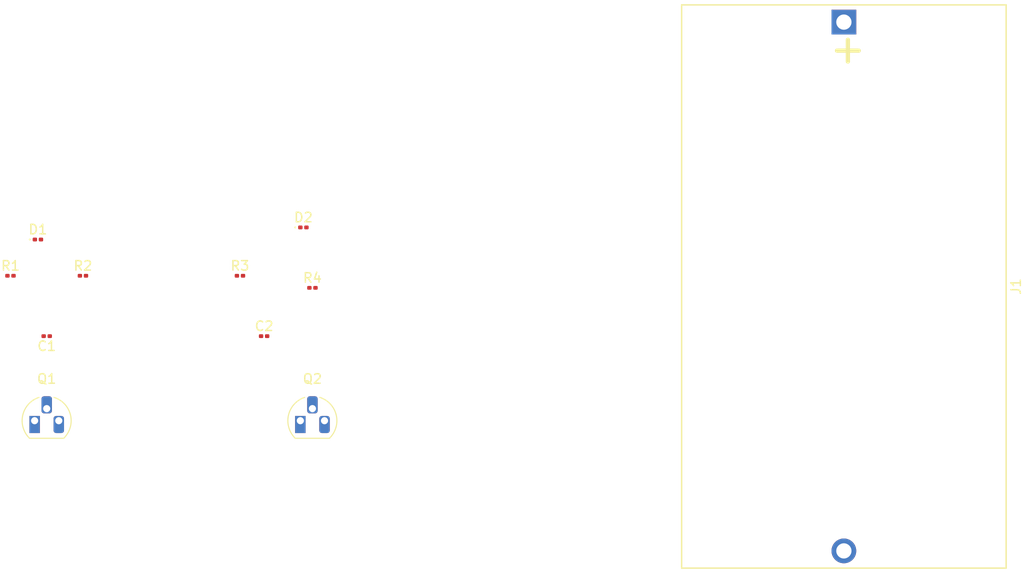
<source format=kicad_pcb>
(kicad_pcb (version 20171130) (host pcbnew 5.0.0+dfsg1-2~bpo9+1)

  (general
    (thickness 1.6)
    (drawings 0)
    (tracks 0)
    (zones 0)
    (modules 11)
    (nets 9)
  )

  (page A4)
  (layers
    (0 F.Cu signal)
    (31 B.Cu signal)
    (32 B.Adhes user)
    (33 F.Adhes user)
    (34 B.Paste user)
    (35 F.Paste user)
    (36 B.SilkS user)
    (37 F.SilkS user)
    (38 B.Mask user)
    (39 F.Mask user)
    (40 Dwgs.User user)
    (41 Cmts.User user)
    (42 Eco1.User user)
    (43 Eco2.User user)
    (44 Edge.Cuts user)
    (45 Margin user)
    (46 B.CrtYd user)
    (47 F.CrtYd user)
    (48 B.Fab user)
    (49 F.Fab user)
  )

  (setup
    (last_trace_width 0.25)
    (trace_clearance 0.2)
    (zone_clearance 0.508)
    (zone_45_only no)
    (trace_min 0.2)
    (segment_width 0.2)
    (edge_width 0.15)
    (via_size 0.8)
    (via_drill 0.4)
    (via_min_size 0.4)
    (via_min_drill 0.3)
    (uvia_size 0.3)
    (uvia_drill 0.1)
    (uvias_allowed no)
    (uvia_min_size 0.2)
    (uvia_min_drill 0.1)
    (pcb_text_width 0.3)
    (pcb_text_size 1.5 1.5)
    (mod_edge_width 0.15)
    (mod_text_size 1 1)
    (mod_text_width 0.15)
    (pad_size 1.524 1.524)
    (pad_drill 0.762)
    (pad_to_mask_clearance 0.2)
    (aux_axis_origin 0 0)
    (visible_elements FFFFFF7F)
    (pcbplotparams
      (layerselection 0x010fc_ffffffff)
      (usegerberextensions false)
      (usegerberattributes false)
      (usegerberadvancedattributes false)
      (creategerberjobfile false)
      (excludeedgelayer true)
      (linewidth 0.100000)
      (plotframeref false)
      (viasonmask false)
      (mode 1)
      (useauxorigin false)
      (hpglpennumber 1)
      (hpglpenspeed 20)
      (hpglpendiameter 15.000000)
      (psnegative false)
      (psa4output false)
      (plotreference true)
      (plotvalue true)
      (plotinvisibletext false)
      (padsonsilk false)
      (subtractmaskfromsilk false)
      (outputformat 1)
      (mirror false)
      (drillshape 1)
      (scaleselection 1)
      (outputdirectory ""))
  )

  (net 0 "")
  (net 1 "Net-(C1-Pad1)")
  (net 2 "Net-(C1-Pad2)")
  (net 3 "Net-(C2-Pad2)")
  (net 4 "Net-(C2-Pad1)")
  (net 5 "Net-(D1-Pad1)")
  (net 6 "Net-(D1-Pad2)")
  (net 7 "Net-(D2-Pad1)")
  (net 8 "Net-(J1-Pad2)")

  (net_class Default "This is the default net class."
    (clearance 0.2)
    (trace_width 0.25)
    (via_dia 0.8)
    (via_drill 0.4)
    (uvia_dia 0.3)
    (uvia_drill 0.1)
    (add_net "Net-(C1-Pad1)")
    (add_net "Net-(C1-Pad2)")
    (add_net "Net-(C2-Pad1)")
    (add_net "Net-(C2-Pad2)")
    (add_net "Net-(D1-Pad1)")
    (add_net "Net-(D1-Pad2)")
    (add_net "Net-(D2-Pad1)")
    (add_net "Net-(J1-Pad2)")
  )

  (module Capacitor_SMD:C_0201_0603Metric (layer F.Cu) (tedit 5B301BBE) (tstamp 5BB3D980)
    (at 140.97 116.84 180)
    (descr "Capacitor SMD 0201 (0603 Metric), square (rectangular) end terminal, IPC_7351 nominal, (Body size source: https://www.vishay.com/docs/20052/crcw0201e3.pdf), generated with kicad-footprint-generator")
    (tags capacitor)
    (path /5BA7EB62)
    (attr smd)
    (fp_text reference C1 (at 0 -1.05 180) (layer F.SilkS)
      (effects (font (size 1 1) (thickness 0.15)))
    )
    (fp_text value C (at 0 1.05 180) (layer F.Fab)
      (effects (font (size 1 1) (thickness 0.15)))
    )
    (fp_line (start -0.3 0.15) (end -0.3 -0.15) (layer F.Fab) (width 0.1))
    (fp_line (start -0.3 -0.15) (end 0.3 -0.15) (layer F.Fab) (width 0.1))
    (fp_line (start 0.3 -0.15) (end 0.3 0.15) (layer F.Fab) (width 0.1))
    (fp_line (start 0.3 0.15) (end -0.3 0.15) (layer F.Fab) (width 0.1))
    (fp_line (start -0.7 0.35) (end -0.7 -0.35) (layer F.CrtYd) (width 0.05))
    (fp_line (start -0.7 -0.35) (end 0.7 -0.35) (layer F.CrtYd) (width 0.05))
    (fp_line (start 0.7 -0.35) (end 0.7 0.35) (layer F.CrtYd) (width 0.05))
    (fp_line (start 0.7 0.35) (end -0.7 0.35) (layer F.CrtYd) (width 0.05))
    (fp_text user %R (at 0 -0.68 180) (layer F.Fab)
      (effects (font (size 0.25 0.25) (thickness 0.04)))
    )
    (pad "" smd roundrect (at -0.345 0 180) (size 0.318 0.36) (layers F.Paste) (roundrect_rratio 0.25))
    (pad "" smd roundrect (at 0.345 0 180) (size 0.318 0.36) (layers F.Paste) (roundrect_rratio 0.25))
    (pad 1 smd roundrect (at -0.32 0 180) (size 0.46 0.4) (layers F.Cu F.Mask) (roundrect_rratio 0.25)
      (net 1 "Net-(C1-Pad1)"))
    (pad 2 smd roundrect (at 0.32 0 180) (size 0.46 0.4) (layers F.Cu F.Mask) (roundrect_rratio 0.25)
      (net 2 "Net-(C1-Pad2)"))
    (model ${KISYS3DMOD}/Capacitor_SMD.3dshapes/C_0201_0603Metric.wrl
      (at (xyz 0 0 0))
      (scale (xyz 1 1 1))
      (rotate (xyz 0 0 0))
    )
  )

  (module Capacitor_SMD:C_0201_0603Metric (layer F.Cu) (tedit 5B301BBE) (tstamp 5BB3D991)
    (at 163.83 116.84)
    (descr "Capacitor SMD 0201 (0603 Metric), square (rectangular) end terminal, IPC_7351 nominal, (Body size source: https://www.vishay.com/docs/20052/crcw0201e3.pdf), generated with kicad-footprint-generator")
    (tags capacitor)
    (path /5BA7EC45)
    (attr smd)
    (fp_text reference C2 (at 0 -1.05) (layer F.SilkS)
      (effects (font (size 1 1) (thickness 0.15)))
    )
    (fp_text value C (at 0 1.05) (layer F.Fab)
      (effects (font (size 1 1) (thickness 0.15)))
    )
    (fp_text user %R (at 0 -0.68) (layer F.Fab)
      (effects (font (size 0.25 0.25) (thickness 0.04)))
    )
    (fp_line (start 0.7 0.35) (end -0.7 0.35) (layer F.CrtYd) (width 0.05))
    (fp_line (start 0.7 -0.35) (end 0.7 0.35) (layer F.CrtYd) (width 0.05))
    (fp_line (start -0.7 -0.35) (end 0.7 -0.35) (layer F.CrtYd) (width 0.05))
    (fp_line (start -0.7 0.35) (end -0.7 -0.35) (layer F.CrtYd) (width 0.05))
    (fp_line (start 0.3 0.15) (end -0.3 0.15) (layer F.Fab) (width 0.1))
    (fp_line (start 0.3 -0.15) (end 0.3 0.15) (layer F.Fab) (width 0.1))
    (fp_line (start -0.3 -0.15) (end 0.3 -0.15) (layer F.Fab) (width 0.1))
    (fp_line (start -0.3 0.15) (end -0.3 -0.15) (layer F.Fab) (width 0.1))
    (pad 2 smd roundrect (at 0.32 0) (size 0.46 0.4) (layers F.Cu F.Mask) (roundrect_rratio 0.25)
      (net 3 "Net-(C2-Pad2)"))
    (pad 1 smd roundrect (at -0.32 0) (size 0.46 0.4) (layers F.Cu F.Mask) (roundrect_rratio 0.25)
      (net 4 "Net-(C2-Pad1)"))
    (pad "" smd roundrect (at 0.345 0) (size 0.318 0.36) (layers F.Paste) (roundrect_rratio 0.25))
    (pad "" smd roundrect (at -0.345 0) (size 0.318 0.36) (layers F.Paste) (roundrect_rratio 0.25))
    (model ${KISYS3DMOD}/Capacitor_SMD.3dshapes/C_0201_0603Metric.wrl
      (at (xyz 0 0 0))
      (scale (xyz 1 1 1))
      (rotate (xyz 0 0 0))
    )
  )

  (module LED_SMD:LED_0201_0603Metric (layer F.Cu) (tedit 5B301BBE) (tstamp 5BB3D9A5)
    (at 140.045 106.68)
    (descr "LED SMD 0201 (0603 Metric), square (rectangular) end terminal, IPC_7351 nominal, (Body size source: https://www.vishay.com/docs/20052/crcw0201e3.pdf), generated with kicad-footprint-generator")
    (tags LED)
    (path /5BA82409)
    (attr smd)
    (fp_text reference D1 (at 0 -1.05) (layer F.SilkS)
      (effects (font (size 1 1) (thickness 0.15)))
    )
    (fp_text value LED (at 0 1.05) (layer F.Fab)
      (effects (font (size 1 1) (thickness 0.15)))
    )
    (fp_circle (center -0.86 0) (end -0.81 0) (layer F.SilkS) (width 0.1))
    (fp_line (start -0.3 0.15) (end -0.3 -0.15) (layer F.Fab) (width 0.1))
    (fp_line (start -0.3 -0.15) (end 0.3 -0.15) (layer F.Fab) (width 0.1))
    (fp_line (start 0.3 -0.15) (end 0.3 0.15) (layer F.Fab) (width 0.1))
    (fp_line (start 0.3 0.15) (end -0.3 0.15) (layer F.Fab) (width 0.1))
    (fp_line (start -0.2 0.15) (end -0.2 -0.15) (layer F.Fab) (width 0.1))
    (fp_line (start -0.1 0.15) (end -0.1 -0.15) (layer F.Fab) (width 0.1))
    (fp_line (start -0.7 0.35) (end -0.7 -0.35) (layer F.CrtYd) (width 0.05))
    (fp_line (start -0.7 -0.35) (end 0.7 -0.35) (layer F.CrtYd) (width 0.05))
    (fp_line (start 0.7 -0.35) (end 0.7 0.35) (layer F.CrtYd) (width 0.05))
    (fp_line (start 0.7 0.35) (end -0.7 0.35) (layer F.CrtYd) (width 0.05))
    (fp_text user %R (at 0 -0.68) (layer F.Fab)
      (effects (font (size 0.25 0.25) (thickness 0.04)))
    )
    (pad "" smd roundrect (at -0.345 0) (size 0.318 0.36) (layers F.Paste) (roundrect_rratio 0.25))
    (pad "" smd roundrect (at 0.345 0) (size 0.318 0.36) (layers F.Paste) (roundrect_rratio 0.25))
    (pad 1 smd roundrect (at -0.32 0) (size 0.46 0.4) (layers F.Cu F.Mask) (roundrect_rratio 0.25)
      (net 5 "Net-(D1-Pad1)"))
    (pad 2 smd roundrect (at 0.32 0) (size 0.46 0.4) (layers F.Cu F.Mask) (roundrect_rratio 0.25)
      (net 6 "Net-(D1-Pad2)"))
    (model ${KISYS3DMOD}/LED_SMD.3dshapes/LED_0201_0603Metric.wrl
      (at (xyz 0 0 0))
      (scale (xyz 1 1 1))
      (rotate (xyz 0 0 0))
    )
  )

  (module LED_SMD:LED_0201_0603Metric (layer F.Cu) (tedit 5B301BBE) (tstamp 5BB3D9B9)
    (at 167.96 105.41)
    (descr "LED SMD 0201 (0603 Metric), square (rectangular) end terminal, IPC_7351 nominal, (Body size source: https://www.vishay.com/docs/20052/crcw0201e3.pdf), generated with kicad-footprint-generator")
    (tags LED)
    (path /5BA825BC)
    (attr smd)
    (fp_text reference D2 (at 0 -1.05) (layer F.SilkS)
      (effects (font (size 1 1) (thickness 0.15)))
    )
    (fp_text value LED (at 0 1.05) (layer F.Fab)
      (effects (font (size 1 1) (thickness 0.15)))
    )
    (fp_text user %R (at 0 -0.68) (layer F.Fab)
      (effects (font (size 0.25 0.25) (thickness 0.04)))
    )
    (fp_line (start 0.7 0.35) (end -0.7 0.35) (layer F.CrtYd) (width 0.05))
    (fp_line (start 0.7 -0.35) (end 0.7 0.35) (layer F.CrtYd) (width 0.05))
    (fp_line (start -0.7 -0.35) (end 0.7 -0.35) (layer F.CrtYd) (width 0.05))
    (fp_line (start -0.7 0.35) (end -0.7 -0.35) (layer F.CrtYd) (width 0.05))
    (fp_line (start -0.1 0.15) (end -0.1 -0.15) (layer F.Fab) (width 0.1))
    (fp_line (start -0.2 0.15) (end -0.2 -0.15) (layer F.Fab) (width 0.1))
    (fp_line (start 0.3 0.15) (end -0.3 0.15) (layer F.Fab) (width 0.1))
    (fp_line (start 0.3 -0.15) (end 0.3 0.15) (layer F.Fab) (width 0.1))
    (fp_line (start -0.3 -0.15) (end 0.3 -0.15) (layer F.Fab) (width 0.1))
    (fp_line (start -0.3 0.15) (end -0.3 -0.15) (layer F.Fab) (width 0.1))
    (fp_circle (center -0.86 0) (end -0.81 0) (layer F.SilkS) (width 0.1))
    (pad 2 smd roundrect (at 0.32 0) (size 0.46 0.4) (layers F.Cu F.Mask) (roundrect_rratio 0.25)
      (net 6 "Net-(D1-Pad2)"))
    (pad 1 smd roundrect (at -0.32 0) (size 0.46 0.4) (layers F.Cu F.Mask) (roundrect_rratio 0.25)
      (net 7 "Net-(D2-Pad1)"))
    (pad "" smd roundrect (at 0.345 0) (size 0.318 0.36) (layers F.Paste) (roundrect_rratio 0.25))
    (pad "" smd roundrect (at -0.345 0) (size 0.318 0.36) (layers F.Paste) (roundrect_rratio 0.25))
    (model ${KISYS3DMOD}/LED_SMD.3dshapes/LED_0201_0603Metric.wrl
      (at (xyz 0 0 0))
      (scale (xyz 1 1 1))
      (rotate (xyz 0 0 0))
    )
  )

  (module Battery:BatteryHolder_Bulgin_BX0036_1xC (layer F.Cu) (tedit 59653AC9) (tstamp 5BB3D9CF)
    (at 224.79 83.82 270)
    (descr "Bulgin Battery Holder, BX0036, Battery Type C (http://www.bulgin.com/media/bulgin/data/Battery_holders.pdf)")
    (tags "Bulgin BX0036")
    (path /5BA8289E)
    (fp_text reference J1 (at 27.8 -18.1 270) (layer F.SilkS)
      (effects (font (size 1 1) (thickness 0.15)))
    )
    (fp_text value Conn_01x02_Female (at 27.8 1 270) (layer F.Fab)
      (effects (font (size 1 1) (thickness 0.15)))
    )
    (fp_line (start -1.75 17) (end -1.75 -17) (layer F.Fab) (width 0.1))
    (fp_line (start 57.35 17) (end -1.75 17) (layer F.Fab) (width 0.1))
    (fp_line (start 57.35 -17) (end 57.35 17) (layer F.Fab) (width 0.1))
    (fp_line (start -1.75 -17) (end 57.35 -17) (layer F.Fab) (width 0.1))
    (fp_text user + (at 3 -0.2 270) (layer F.SilkS)
      (effects (font (size 3 3) (thickness 0.45)))
    )
    (fp_line (start -2.3 -17.5) (end 57.9 -17.5) (layer F.CrtYd) (width 0.05))
    (fp_line (start 57.9 -17.5) (end 57.9 17.5) (layer F.CrtYd) (width 0.05))
    (fp_line (start 57.9 17.5) (end -2.3 17.5) (layer F.CrtYd) (width 0.05))
    (fp_line (start -2.3 17.5) (end -2.3 -17.5) (layer F.CrtYd) (width 0.05))
    (fp_line (start -1.81 -17.06) (end -1.81 17.06) (layer F.SilkS) (width 0.15))
    (fp_line (start 57.41 -17.06) (end 57.41 17.06) (layer F.SilkS) (width 0.15))
    (fp_line (start -1.81 -17.06) (end 57.41 -17.06) (layer F.SilkS) (width 0.15))
    (fp_line (start -1.81 17.06) (end 57.41 17.06) (layer F.SilkS) (width 0.15))
    (fp_text user %R (at 27.8 -1 270) (layer F.Fab)
      (effects (font (size 1 1) (thickness 0.1)))
    )
    (pad 2 thru_hole circle (at 55.6 0 270) (size 2.6 2.6) (drill 1.6) (layers *.Cu *.Mask)
      (net 8 "Net-(J1-Pad2)"))
    (pad 1 thru_hole rect (at 0 0 270) (size 2.6 2.6) (drill 1.6) (layers *.Cu *.Mask)
      (net 6 "Net-(D1-Pad2)"))
    (pad "" np_thru_hole circle (at 11.9 0 270) (size 3.8 3.8) (drill 3.8) (layers *.Cu *.Mask))
    (pad "" np_thru_hole circle (at 43.7 0 270) (size 3.8 3.8) (drill 3.8) (layers *.Cu *.Mask))
    (model ${KISYS3DMOD}/Battery.3dshapes/BatteryHolder_Bulgin_BX0036_1xC.wrl
      (at (xyz 0 0 0))
      (scale (xyz 1 1 1))
      (rotate (xyz 0 0 0))
    )
  )

  (module Package_TO_SOT_THT:TO-92_HandSolder (layer F.Cu) (tedit 5A282C46) (tstamp 5BB3D9E1)
    (at 139.7 125.73)
    (descr "TO-92 leads molded, narrow, drill 0.75mm, handsoldering variant with enlarged pads (see NXP sot054_po.pdf)")
    (tags "to-92 sc-43 sc-43a sot54 PA33 transistor")
    (path /5BA801EA)
    (fp_text reference Q1 (at 1.27 -4.4) (layer F.SilkS)
      (effects (font (size 1 1) (thickness 0.15)))
    )
    (fp_text value Q_NPN_BCE (at 1.27 2.79) (layer F.Fab)
      (effects (font (size 1 1) (thickness 0.15)))
    )
    (fp_arc (start 1.27 0) (end 2.05 -2.45) (angle 117.6433766) (layer F.SilkS) (width 0.12))
    (fp_arc (start 1.27 0) (end 1.27 -2.48) (angle -135) (layer F.Fab) (width 0.1))
    (fp_arc (start 1.27 0) (end 0.45 -2.45) (angle -116.9632683) (layer F.SilkS) (width 0.12))
    (fp_arc (start 1.27 0) (end 1.27 -2.48) (angle 135) (layer F.Fab) (width 0.1))
    (fp_line (start 4 2.01) (end -1.46 2.01) (layer F.CrtYd) (width 0.05))
    (fp_line (start 4 2.01) (end 4 -3.05) (layer F.CrtYd) (width 0.05))
    (fp_line (start -1.45 -3.05) (end -1.46 2.01) (layer F.CrtYd) (width 0.05))
    (fp_line (start -1.46 -3.05) (end 4 -3.05) (layer F.CrtYd) (width 0.05))
    (fp_line (start -0.5 1.75) (end 3 1.75) (layer F.Fab) (width 0.1))
    (fp_line (start -0.53 1.85) (end 3.07 1.85) (layer F.SilkS) (width 0.12))
    (fp_text user %R (at 1.27 -4.4) (layer F.Fab)
      (effects (font (size 1 1) (thickness 0.15)))
    )
    (pad 1 thru_hole rect (at 0 0) (size 1.1 1.8) (drill 0.75 (offset 0 0.4)) (layers *.Cu *.Mask)
      (net 3 "Net-(C2-Pad2)"))
    (pad 3 thru_hole roundrect (at 2.54 0) (size 1.1 1.8) (drill 0.75 (offset 0 0.4)) (layers *.Cu *.Mask) (roundrect_rratio 0.25)
      (net 8 "Net-(J1-Pad2)"))
    (pad 2 thru_hole roundrect (at 1.27 -1.27) (size 1.1 1.8) (drill 0.75 (offset 0 -0.4)) (layers *.Cu *.Mask) (roundrect_rratio 0.25)
      (net 2 "Net-(C1-Pad2)"))
    (model ${KISYS3DMOD}/Package_TO_SOT_THT.3dshapes/TO-92.wrl
      (at (xyz 0 0 0))
      (scale (xyz 1 1 1))
      (rotate (xyz 0 0 0))
    )
  )

  (module Package_TO_SOT_THT:TO-92_HandSolder (layer F.Cu) (tedit 5A282C46) (tstamp 5BB3D9F3)
    (at 167.64 125.73)
    (descr "TO-92 leads molded, narrow, drill 0.75mm, handsoldering variant with enlarged pads (see NXP sot054_po.pdf)")
    (tags "to-92 sc-43 sc-43a sot54 PA33 transistor")
    (path /5BA7FBA7)
    (fp_text reference Q2 (at 1.27 -4.4) (layer F.SilkS)
      (effects (font (size 1 1) (thickness 0.15)))
    )
    (fp_text value Q_NPN_BCE (at 1.27 2.79) (layer F.Fab)
      (effects (font (size 1 1) (thickness 0.15)))
    )
    (fp_text user %R (at 1.27 -4.4) (layer F.Fab)
      (effects (font (size 1 1) (thickness 0.15)))
    )
    (fp_line (start -0.53 1.85) (end 3.07 1.85) (layer F.SilkS) (width 0.12))
    (fp_line (start -0.5 1.75) (end 3 1.75) (layer F.Fab) (width 0.1))
    (fp_line (start -1.46 -3.05) (end 4 -3.05) (layer F.CrtYd) (width 0.05))
    (fp_line (start -1.45 -3.05) (end -1.46 2.01) (layer F.CrtYd) (width 0.05))
    (fp_line (start 4 2.01) (end 4 -3.05) (layer F.CrtYd) (width 0.05))
    (fp_line (start 4 2.01) (end -1.46 2.01) (layer F.CrtYd) (width 0.05))
    (fp_arc (start 1.27 0) (end 1.27 -2.48) (angle 135) (layer F.Fab) (width 0.1))
    (fp_arc (start 1.27 0) (end 0.45 -2.45) (angle -116.9632683) (layer F.SilkS) (width 0.12))
    (fp_arc (start 1.27 0) (end 1.27 -2.48) (angle -135) (layer F.Fab) (width 0.1))
    (fp_arc (start 1.27 0) (end 2.05 -2.45) (angle 117.6433766) (layer F.SilkS) (width 0.12))
    (pad 2 thru_hole roundrect (at 1.27 -1.27) (size 1.1 1.8) (drill 0.75 (offset 0 -0.4)) (layers *.Cu *.Mask) (roundrect_rratio 0.25)
      (net 4 "Net-(C2-Pad1)"))
    (pad 3 thru_hole roundrect (at 2.54 0) (size 1.1 1.8) (drill 0.75 (offset 0 0.4)) (layers *.Cu *.Mask) (roundrect_rratio 0.25)
      (net 8 "Net-(J1-Pad2)"))
    (pad 1 thru_hole rect (at 0 0) (size 1.1 1.8) (drill 0.75 (offset 0 0.4)) (layers *.Cu *.Mask)
      (net 1 "Net-(C1-Pad1)"))
    (model ${KISYS3DMOD}/Package_TO_SOT_THT.3dshapes/TO-92.wrl
      (at (xyz 0 0 0))
      (scale (xyz 1 1 1))
      (rotate (xyz 0 0 0))
    )
  )

  (module Resistor_SMD:R_0201_0603Metric (layer F.Cu) (tedit 5B301BBD) (tstamp 5BB3DA04)
    (at 137.16 110.49)
    (descr "Resistor SMD 0201 (0603 Metric), square (rectangular) end terminal, IPC_7351 nominal, (Body size source: https://www.vishay.com/docs/20052/crcw0201e3.pdf), generated with kicad-footprint-generator")
    (tags resistor)
    (path /5BA7E7AD)
    (attr smd)
    (fp_text reference R1 (at 0 -1.05) (layer F.SilkS)
      (effects (font (size 1 1) (thickness 0.15)))
    )
    (fp_text value R (at 0 1.05) (layer F.Fab)
      (effects (font (size 1 1) (thickness 0.15)))
    )
    (fp_line (start -0.3 0.15) (end -0.3 -0.15) (layer F.Fab) (width 0.1))
    (fp_line (start -0.3 -0.15) (end 0.3 -0.15) (layer F.Fab) (width 0.1))
    (fp_line (start 0.3 -0.15) (end 0.3 0.15) (layer F.Fab) (width 0.1))
    (fp_line (start 0.3 0.15) (end -0.3 0.15) (layer F.Fab) (width 0.1))
    (fp_line (start -0.7 0.35) (end -0.7 -0.35) (layer F.CrtYd) (width 0.05))
    (fp_line (start -0.7 -0.35) (end 0.7 -0.35) (layer F.CrtYd) (width 0.05))
    (fp_line (start 0.7 -0.35) (end 0.7 0.35) (layer F.CrtYd) (width 0.05))
    (fp_line (start 0.7 0.35) (end -0.7 0.35) (layer F.CrtYd) (width 0.05))
    (fp_text user %R (at 0 -0.68) (layer F.Fab)
      (effects (font (size 0.25 0.25) (thickness 0.04)))
    )
    (pad "" smd roundrect (at -0.345 0) (size 0.318 0.36) (layers F.Paste) (roundrect_rratio 0.25))
    (pad "" smd roundrect (at 0.345 0) (size 0.318 0.36) (layers F.Paste) (roundrect_rratio 0.25))
    (pad 1 smd roundrect (at -0.32 0) (size 0.46 0.4) (layers F.Cu F.Mask) (roundrect_rratio 0.25)
      (net 5 "Net-(D1-Pad1)"))
    (pad 2 smd roundrect (at 0.32 0) (size 0.46 0.4) (layers F.Cu F.Mask) (roundrect_rratio 0.25)
      (net 2 "Net-(C1-Pad2)"))
    (model ${KISYS3DMOD}/Resistor_SMD.3dshapes/R_0201_0603Metric.wrl
      (at (xyz 0 0 0))
      (scale (xyz 1 1 1))
      (rotate (xyz 0 0 0))
    )
  )

  (module Resistor_SMD:R_0201_0603Metric (layer F.Cu) (tedit 5B301BBD) (tstamp 5BB3DA15)
    (at 144.78 110.49)
    (descr "Resistor SMD 0201 (0603 Metric), square (rectangular) end terminal, IPC_7351 nominal, (Body size source: https://www.vishay.com/docs/20052/crcw0201e3.pdf), generated with kicad-footprint-generator")
    (tags resistor)
    (path /5BA7E86C)
    (attr smd)
    (fp_text reference R2 (at 0 -1.05) (layer F.SilkS)
      (effects (font (size 1 1) (thickness 0.15)))
    )
    (fp_text value R (at 0 1.05) (layer F.Fab)
      (effects (font (size 1 1) (thickness 0.15)))
    )
    (fp_text user %R (at 0 -0.68) (layer F.Fab)
      (effects (font (size 0.25 0.25) (thickness 0.04)))
    )
    (fp_line (start 0.7 0.35) (end -0.7 0.35) (layer F.CrtYd) (width 0.05))
    (fp_line (start 0.7 -0.35) (end 0.7 0.35) (layer F.CrtYd) (width 0.05))
    (fp_line (start -0.7 -0.35) (end 0.7 -0.35) (layer F.CrtYd) (width 0.05))
    (fp_line (start -0.7 0.35) (end -0.7 -0.35) (layer F.CrtYd) (width 0.05))
    (fp_line (start 0.3 0.15) (end -0.3 0.15) (layer F.Fab) (width 0.1))
    (fp_line (start 0.3 -0.15) (end 0.3 0.15) (layer F.Fab) (width 0.1))
    (fp_line (start -0.3 -0.15) (end 0.3 -0.15) (layer F.Fab) (width 0.1))
    (fp_line (start -0.3 0.15) (end -0.3 -0.15) (layer F.Fab) (width 0.1))
    (pad 2 smd roundrect (at 0.32 0) (size 0.46 0.4) (layers F.Cu F.Mask) (roundrect_rratio 0.25)
      (net 1 "Net-(C1-Pad1)"))
    (pad 1 smd roundrect (at -0.32 0) (size 0.46 0.4) (layers F.Cu F.Mask) (roundrect_rratio 0.25)
      (net 6 "Net-(D1-Pad2)"))
    (pad "" smd roundrect (at 0.345 0) (size 0.318 0.36) (layers F.Paste) (roundrect_rratio 0.25))
    (pad "" smd roundrect (at -0.345 0) (size 0.318 0.36) (layers F.Paste) (roundrect_rratio 0.25))
    (model ${KISYS3DMOD}/Resistor_SMD.3dshapes/R_0201_0603Metric.wrl
      (at (xyz 0 0 0))
      (scale (xyz 1 1 1))
      (rotate (xyz 0 0 0))
    )
  )

  (module Resistor_SMD:R_0201_0603Metric (layer F.Cu) (tedit 5B301BBD) (tstamp 5BB3DA26)
    (at 161.29 110.49)
    (descr "Resistor SMD 0201 (0603 Metric), square (rectangular) end terminal, IPC_7351 nominal, (Body size source: https://www.vishay.com/docs/20052/crcw0201e3.pdf), generated with kicad-footprint-generator")
    (tags resistor)
    (path /5BA7E948)
    (attr smd)
    (fp_text reference R3 (at 0 -1.05) (layer F.SilkS)
      (effects (font (size 1 1) (thickness 0.15)))
    )
    (fp_text value R (at 0 1.05) (layer F.Fab)
      (effects (font (size 1 1) (thickness 0.15)))
    )
    (fp_line (start -0.3 0.15) (end -0.3 -0.15) (layer F.Fab) (width 0.1))
    (fp_line (start -0.3 -0.15) (end 0.3 -0.15) (layer F.Fab) (width 0.1))
    (fp_line (start 0.3 -0.15) (end 0.3 0.15) (layer F.Fab) (width 0.1))
    (fp_line (start 0.3 0.15) (end -0.3 0.15) (layer F.Fab) (width 0.1))
    (fp_line (start -0.7 0.35) (end -0.7 -0.35) (layer F.CrtYd) (width 0.05))
    (fp_line (start -0.7 -0.35) (end 0.7 -0.35) (layer F.CrtYd) (width 0.05))
    (fp_line (start 0.7 -0.35) (end 0.7 0.35) (layer F.CrtYd) (width 0.05))
    (fp_line (start 0.7 0.35) (end -0.7 0.35) (layer F.CrtYd) (width 0.05))
    (fp_text user %R (at 0 -0.68) (layer F.Fab)
      (effects (font (size 0.25 0.25) (thickness 0.04)))
    )
    (pad "" smd roundrect (at -0.345 0) (size 0.318 0.36) (layers F.Paste) (roundrect_rratio 0.25))
    (pad "" smd roundrect (at 0.345 0) (size 0.318 0.36) (layers F.Paste) (roundrect_rratio 0.25))
    (pad 1 smd roundrect (at -0.32 0) (size 0.46 0.4) (layers F.Cu F.Mask) (roundrect_rratio 0.25)
      (net 6 "Net-(D1-Pad2)"))
    (pad 2 smd roundrect (at 0.32 0) (size 0.46 0.4) (layers F.Cu F.Mask) (roundrect_rratio 0.25)
      (net 3 "Net-(C2-Pad2)"))
    (model ${KISYS3DMOD}/Resistor_SMD.3dshapes/R_0201_0603Metric.wrl
      (at (xyz 0 0 0))
      (scale (xyz 1 1 1))
      (rotate (xyz 0 0 0))
    )
  )

  (module Resistor_SMD:R_0201_0603Metric (layer F.Cu) (tedit 5B301BBD) (tstamp 5BB3DA37)
    (at 168.91 111.76)
    (descr "Resistor SMD 0201 (0603 Metric), square (rectangular) end terminal, IPC_7351 nominal, (Body size source: https://www.vishay.com/docs/20052/crcw0201e3.pdf), generated with kicad-footprint-generator")
    (tags resistor)
    (path /5BA7E9AD)
    (attr smd)
    (fp_text reference R4 (at 0 -1.05) (layer F.SilkS)
      (effects (font (size 1 1) (thickness 0.15)))
    )
    (fp_text value R (at 0 1.05) (layer F.Fab)
      (effects (font (size 1 1) (thickness 0.15)))
    )
    (fp_text user %R (at 0 -0.68) (layer F.Fab)
      (effects (font (size 0.25 0.25) (thickness 0.04)))
    )
    (fp_line (start 0.7 0.35) (end -0.7 0.35) (layer F.CrtYd) (width 0.05))
    (fp_line (start 0.7 -0.35) (end 0.7 0.35) (layer F.CrtYd) (width 0.05))
    (fp_line (start -0.7 -0.35) (end 0.7 -0.35) (layer F.CrtYd) (width 0.05))
    (fp_line (start -0.7 0.35) (end -0.7 -0.35) (layer F.CrtYd) (width 0.05))
    (fp_line (start 0.3 0.15) (end -0.3 0.15) (layer F.Fab) (width 0.1))
    (fp_line (start 0.3 -0.15) (end 0.3 0.15) (layer F.Fab) (width 0.1))
    (fp_line (start -0.3 -0.15) (end 0.3 -0.15) (layer F.Fab) (width 0.1))
    (fp_line (start -0.3 0.15) (end -0.3 -0.15) (layer F.Fab) (width 0.1))
    (pad 2 smd roundrect (at 0.32 0) (size 0.46 0.4) (layers F.Cu F.Mask) (roundrect_rratio 0.25)
      (net 4 "Net-(C2-Pad1)"))
    (pad 1 smd roundrect (at -0.32 0) (size 0.46 0.4) (layers F.Cu F.Mask) (roundrect_rratio 0.25)
      (net 7 "Net-(D2-Pad1)"))
    (pad "" smd roundrect (at 0.345 0) (size 0.318 0.36) (layers F.Paste) (roundrect_rratio 0.25))
    (pad "" smd roundrect (at -0.345 0) (size 0.318 0.36) (layers F.Paste) (roundrect_rratio 0.25))
    (model ${KISYS3DMOD}/Resistor_SMD.3dshapes/R_0201_0603Metric.wrl
      (at (xyz 0 0 0))
      (scale (xyz 1 1 1))
      (rotate (xyz 0 0 0))
    )
  )

)

</source>
